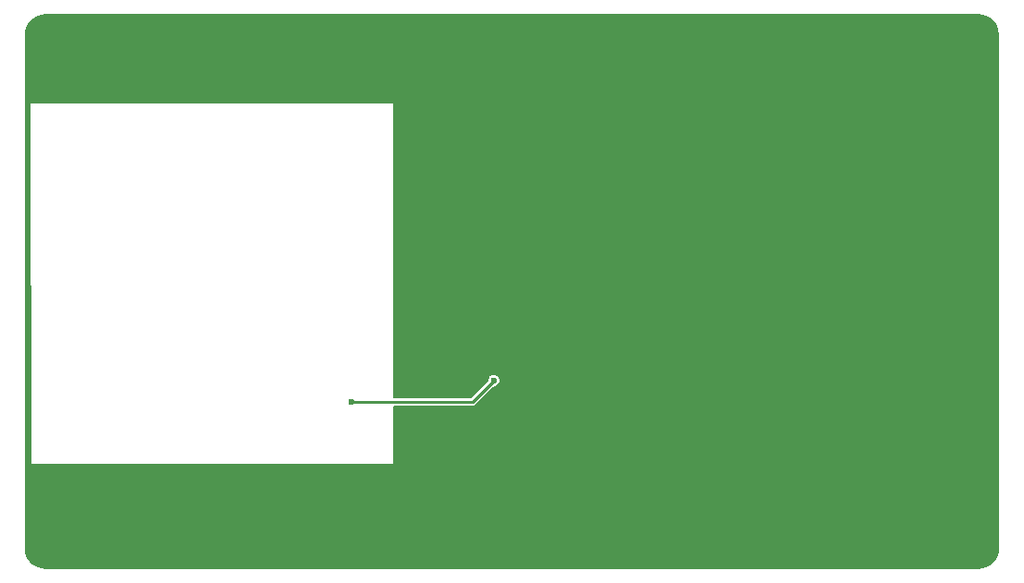
<source format=gbl>
G04 #@! TF.GenerationSoftware,KiCad,Pcbnew,(5.1.5-0-10_14)*
G04 #@! TF.CreationDate,2020-04-20T15:33:36-04:00*
G04 #@! TF.ProjectId,business card,62757369-6e65-4737-9320-636172642e6b,rev?*
G04 #@! TF.SameCoordinates,Original*
G04 #@! TF.FileFunction,Copper,L2,Bot*
G04 #@! TF.FilePolarity,Positive*
%FSLAX46Y46*%
G04 Gerber Fmt 4.6, Leading zero omitted, Abs format (unit mm)*
G04 Created by KiCad (PCBNEW (5.1.5-0-10_14)) date 2020-04-20 15:33:36*
%MOMM*%
%LPD*%
G04 APERTURE LIST*
%ADD10C,0.600000*%
%ADD11C,0.250000*%
%ADD12C,0.200000*%
G04 APERTURE END LIST*
D10*
X80794580Y-86383120D03*
X93837002Y-84455000D03*
D11*
X91908882Y-86383120D02*
X93837002Y-84455000D01*
X80794580Y-86383120D02*
X91908882Y-86383120D01*
D12*
G36*
X138536531Y-51011190D02*
G01*
X138883326Y-51115893D01*
X139203187Y-51285966D01*
X139483916Y-51514924D01*
X139714828Y-51794050D01*
X139819668Y-51987947D01*
X139932641Y-52259745D01*
X139949260Y-52313431D01*
X140012827Y-52790739D01*
X140033001Y-65121201D01*
X140033000Y-99766939D01*
X139996810Y-100136031D01*
X139892107Y-100482828D01*
X139722034Y-100802687D01*
X139493079Y-101083414D01*
X139213950Y-101314329D01*
X138895294Y-101486625D01*
X138549230Y-101593750D01*
X138180712Y-101632482D01*
X138175667Y-101632500D01*
X52777062Y-101632500D01*
X52420303Y-101597519D01*
X52085372Y-101496398D01*
X51776457Y-101332145D01*
X51505331Y-101111021D01*
X51282317Y-100841442D01*
X51115913Y-100533687D01*
X51012453Y-100199461D01*
X50975016Y-99843271D01*
X50975000Y-99838675D01*
X50975000Y-59055385D01*
X51335001Y-59055385D01*
X51462001Y-92075385D01*
X51463921Y-92094509D01*
X51469612Y-92113268D01*
X51478853Y-92130557D01*
X51491289Y-92145711D01*
X51506443Y-92158147D01*
X51523732Y-92167388D01*
X51542491Y-92173079D01*
X51562000Y-92175000D01*
X84582000Y-92175000D01*
X84601509Y-92173079D01*
X84620268Y-92167388D01*
X84637557Y-92158147D01*
X84652711Y-92145711D01*
X84665147Y-92130557D01*
X84674388Y-92113268D01*
X84680079Y-92094509D01*
X84682000Y-92075000D01*
X84682000Y-86808120D01*
X91888015Y-86808120D01*
X91908882Y-86810175D01*
X91929749Y-86808120D01*
X91929756Y-86808120D01*
X91992196Y-86801970D01*
X92072309Y-86777668D01*
X92146142Y-86738204D01*
X92210856Y-86685094D01*
X92224165Y-86668877D01*
X93838043Y-85055000D01*
X93896097Y-85055000D01*
X94012016Y-85031942D01*
X94121209Y-84986713D01*
X94219480Y-84921050D01*
X94303052Y-84837478D01*
X94368715Y-84739207D01*
X94413944Y-84630014D01*
X94437002Y-84514095D01*
X94437002Y-84395905D01*
X94413944Y-84279986D01*
X94368715Y-84170793D01*
X94303052Y-84072522D01*
X94219480Y-83988950D01*
X94121209Y-83923287D01*
X94012016Y-83878058D01*
X93896097Y-83855000D01*
X93777907Y-83855000D01*
X93661988Y-83878058D01*
X93552795Y-83923287D01*
X93454524Y-83988950D01*
X93370952Y-84072522D01*
X93305289Y-84170793D01*
X93260060Y-84279986D01*
X93237002Y-84395905D01*
X93237002Y-84453959D01*
X91732842Y-85958120D01*
X84682000Y-85958120D01*
X84682000Y-59055000D01*
X84680079Y-59035491D01*
X84674388Y-59016732D01*
X84665147Y-58999443D01*
X84652711Y-58984289D01*
X84637557Y-58971853D01*
X84620268Y-58962612D01*
X84601509Y-58956921D01*
X84582000Y-58955000D01*
X51435000Y-58955000D01*
X51415114Y-58956997D01*
X51396377Y-58962760D01*
X51379124Y-58972067D01*
X51364018Y-58984562D01*
X51351640Y-58999763D01*
X51342466Y-59017087D01*
X51336847Y-59035868D01*
X51335001Y-59055385D01*
X50975000Y-59055385D01*
X50975000Y-52840561D01*
X51011190Y-52471469D01*
X51115893Y-52124674D01*
X51285966Y-51804813D01*
X51514924Y-51524084D01*
X51794050Y-51293172D01*
X52112707Y-51120875D01*
X52458771Y-51013750D01*
X52827288Y-50975018D01*
X52832333Y-50975000D01*
X138167439Y-50975000D01*
X138536531Y-51011190D01*
G37*
X138536531Y-51011190D02*
X138883326Y-51115893D01*
X139203187Y-51285966D01*
X139483916Y-51514924D01*
X139714828Y-51794050D01*
X139819668Y-51987947D01*
X139932641Y-52259745D01*
X139949260Y-52313431D01*
X140012827Y-52790739D01*
X140033001Y-65121201D01*
X140033000Y-99766939D01*
X139996810Y-100136031D01*
X139892107Y-100482828D01*
X139722034Y-100802687D01*
X139493079Y-101083414D01*
X139213950Y-101314329D01*
X138895294Y-101486625D01*
X138549230Y-101593750D01*
X138180712Y-101632482D01*
X138175667Y-101632500D01*
X52777062Y-101632500D01*
X52420303Y-101597519D01*
X52085372Y-101496398D01*
X51776457Y-101332145D01*
X51505331Y-101111021D01*
X51282317Y-100841442D01*
X51115913Y-100533687D01*
X51012453Y-100199461D01*
X50975016Y-99843271D01*
X50975000Y-99838675D01*
X50975000Y-59055385D01*
X51335001Y-59055385D01*
X51462001Y-92075385D01*
X51463921Y-92094509D01*
X51469612Y-92113268D01*
X51478853Y-92130557D01*
X51491289Y-92145711D01*
X51506443Y-92158147D01*
X51523732Y-92167388D01*
X51542491Y-92173079D01*
X51562000Y-92175000D01*
X84582000Y-92175000D01*
X84601509Y-92173079D01*
X84620268Y-92167388D01*
X84637557Y-92158147D01*
X84652711Y-92145711D01*
X84665147Y-92130557D01*
X84674388Y-92113268D01*
X84680079Y-92094509D01*
X84682000Y-92075000D01*
X84682000Y-86808120D01*
X91888015Y-86808120D01*
X91908882Y-86810175D01*
X91929749Y-86808120D01*
X91929756Y-86808120D01*
X91992196Y-86801970D01*
X92072309Y-86777668D01*
X92146142Y-86738204D01*
X92210856Y-86685094D01*
X92224165Y-86668877D01*
X93838043Y-85055000D01*
X93896097Y-85055000D01*
X94012016Y-85031942D01*
X94121209Y-84986713D01*
X94219480Y-84921050D01*
X94303052Y-84837478D01*
X94368715Y-84739207D01*
X94413944Y-84630014D01*
X94437002Y-84514095D01*
X94437002Y-84395905D01*
X94413944Y-84279986D01*
X94368715Y-84170793D01*
X94303052Y-84072522D01*
X94219480Y-83988950D01*
X94121209Y-83923287D01*
X94012016Y-83878058D01*
X93896097Y-83855000D01*
X93777907Y-83855000D01*
X93661988Y-83878058D01*
X93552795Y-83923287D01*
X93454524Y-83988950D01*
X93370952Y-84072522D01*
X93305289Y-84170793D01*
X93260060Y-84279986D01*
X93237002Y-84395905D01*
X93237002Y-84453959D01*
X91732842Y-85958120D01*
X84682000Y-85958120D01*
X84682000Y-59055000D01*
X84680079Y-59035491D01*
X84674388Y-59016732D01*
X84665147Y-58999443D01*
X84652711Y-58984289D01*
X84637557Y-58971853D01*
X84620268Y-58962612D01*
X84601509Y-58956921D01*
X84582000Y-58955000D01*
X51435000Y-58955000D01*
X51415114Y-58956997D01*
X51396377Y-58962760D01*
X51379124Y-58972067D01*
X51364018Y-58984562D01*
X51351640Y-58999763D01*
X51342466Y-59017087D01*
X51336847Y-59035868D01*
X51335001Y-59055385D01*
X50975000Y-59055385D01*
X50975000Y-52840561D01*
X51011190Y-52471469D01*
X51115893Y-52124674D01*
X51285966Y-51804813D01*
X51514924Y-51524084D01*
X51794050Y-51293172D01*
X52112707Y-51120875D01*
X52458771Y-51013750D01*
X52827288Y-50975018D01*
X52832333Y-50975000D01*
X138167439Y-50975000D01*
X138536531Y-51011190D01*
M02*

</source>
